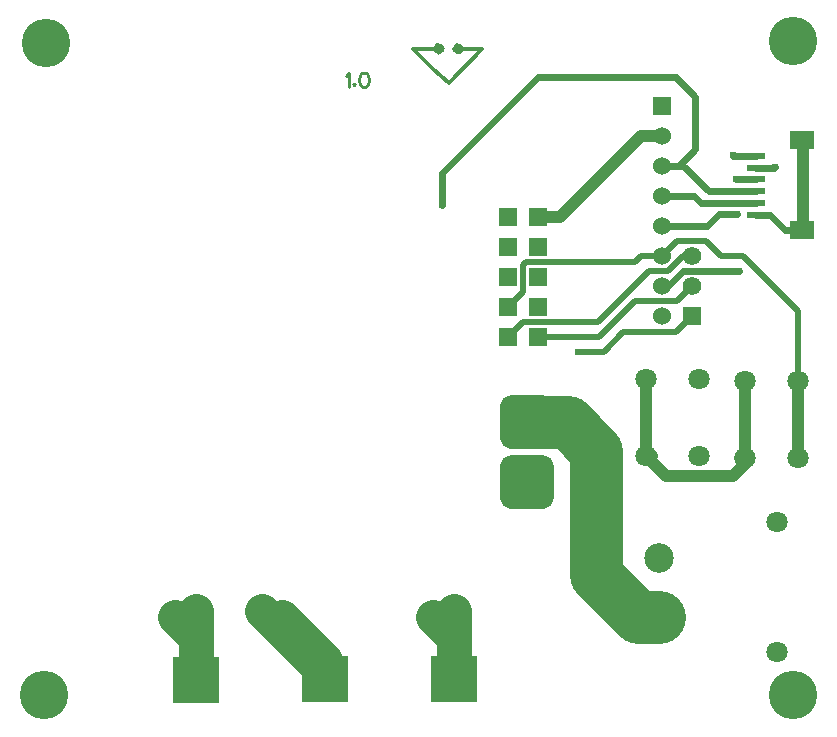
<source format=gtl>
G04 Layer: TopLayer*
G04 EasyEDA v6.5.39, 2024-01-09 23:26:39*
G04 412fee2aba674f6794ce960f83f023ec,7c1e8d740ba24e6f83eb2d53d3341807,10*
G04 Gerber Generator version 0.2*
G04 Scale: 100 percent, Rotated: No, Reflected: No *
G04 Dimensions in millimeters *
G04 leading zeros omitted , absolute positions ,4 integer and 5 decimal *
%FSLAX45Y45*%
%MOMM*%

%ADD10C,0.2500*%
%ADD11C,0.3500*%
%ADD12C,4.5000*%
%ADD13C,0.5000*%
%ADD14C,0.6000*%
%ADD15C,1.0000*%
%ADD16C,2.0000*%
%ADD17C,3.0000*%
%ADD18R,1.5500X0.6000*%
%ADD19R,2.0000X1.5000*%
%ADD20C,0.7500*%
%ADD21C,1.5748*%
%ADD22R,1.5748X1.5748*%
%ADD23R,1.5240X1.5240*%
%ADD24C,1.5240*%
%ADD25C,1.8000*%
%ADD26C,2.5000*%
%ADD27R,4.0000X4.0000*%
%ADD28R,1.5750X1.5750*%
%ADD29C,4.1000*%
%ADD30C,0.6200*%

%LPD*%
D10*
X393700Y2503678D02*
G01*
X405129Y2509265D01*
X422147Y2526537D01*
X422147Y2407157D01*
X465328Y2435605D02*
G01*
X459486Y2429763D01*
X465328Y2424176D01*
X470915Y2429763D01*
X465328Y2435605D01*
X542544Y2526537D02*
G01*
X525526Y2520695D01*
X514095Y2503678D01*
X508507Y2475229D01*
X508507Y2458212D01*
X514095Y2429763D01*
X525526Y2412745D01*
X542544Y2407157D01*
X553973Y2407157D01*
X570992Y2412745D01*
X582421Y2429763D01*
X588010Y2458212D01*
X588010Y2475229D01*
X582421Y2503678D01*
X570992Y2520695D01*
X553973Y2526537D01*
X542544Y2526537D01*
D11*
X1346281Y2730494D02*
G01*
X1552023Y2730494D01*
X1264996Y2443472D01*
X1181168Y2730494D02*
G01*
X965268Y2730494D01*
X1133673Y2562095D01*
X1265095Y2443472D01*
D12*
X1930400Y-431800D02*
G01*
X2273300Y-431800D01*
X2514600Y-673100D01*
X2514600Y-1727200D01*
X2866136Y-2078736D01*
X3043174Y-2078736D01*
D13*
X3073400Y977900D02*
G01*
X3200400Y1104900D01*
X3441700Y1104900D01*
X3568700Y977900D01*
X3759200Y977900D01*
X4225543Y511555D01*
X4225543Y-81534D01*
D14*
X3073400Y723900D02*
G01*
X3124200Y723900D01*
X3251200Y850900D01*
X3721100Y850900D01*
D13*
X1765300Y292100D02*
G01*
X1892300Y419100D01*
X2527300Y419100D01*
X2959100Y850900D01*
X3124200Y850900D01*
X3251200Y977900D01*
X3327400Y977900D01*
D14*
X4257802Y1194815D02*
G01*
X4113784Y1194815D01*
X3983736Y1324863D01*
X3870197Y1324863D01*
D15*
X3073400Y1993900D02*
G01*
X2895600Y1993900D01*
X2209800Y1308100D01*
X2019300Y1308100D01*
D13*
X3073400Y977900D02*
G01*
X2895600Y977900D01*
X2844800Y927100D01*
X1917700Y927100D01*
X1892300Y901700D01*
X1892300Y673100D01*
X1765300Y546100D01*
X3327400Y469900D02*
G01*
X3187700Y330200D01*
X2743200Y330200D01*
X2578100Y165100D01*
X2362200Y165100D01*
X2019300Y292100D02*
G01*
X2540000Y292100D01*
X2844800Y596900D01*
X3200400Y596900D01*
X3327400Y723900D01*
D14*
X3073400Y1231900D02*
G01*
X3454400Y1231900D01*
X3556000Y1333500D01*
X3708400Y1333500D01*
X3073400Y1485900D02*
G01*
X3340100Y1485900D01*
X3401186Y1424812D01*
X3870248Y1424812D01*
X3073400Y1739900D02*
G01*
X3251200Y1739900D01*
X3466287Y1524812D01*
X3870248Y1524812D01*
D16*
X1803397Y-558800D02*
G01*
X1803397Y-304800D01*
X2057394Y-558815D02*
G01*
X1803397Y-558800D01*
X2057394Y-304800D02*
G01*
X2057394Y-558815D01*
X1803397Y-304800D02*
G01*
X2057394Y-304800D01*
X2057400Y-812810D02*
G01*
X2057400Y-1066800D01*
X1803412Y-812800D02*
G01*
X2057400Y-812810D01*
X1803400Y-1066800D02*
G01*
X2057400Y-1066800D01*
X1803412Y-812800D02*
G01*
X1803400Y-1066800D01*
X1803425Y-812800D02*
G01*
X1803425Y-812825D01*
X2057400Y-1066800D01*
X1803412Y-812800D02*
G01*
X2057400Y-1066787D01*
D15*
X4267200Y1955800D02*
G01*
X4267200Y1204241D01*
X4257748Y1194793D01*
D14*
X3695700Y1625600D02*
G01*
X3869463Y1625600D01*
X3870251Y1624812D01*
X3670300Y1828800D02*
G01*
X3674287Y1824812D01*
X3870251Y1824812D01*
X3870251Y1724812D02*
G01*
X4023512Y1724812D01*
X4025900Y1727200D01*
D17*
X-876297Y-2031994D02*
G01*
X-876297Y-2616200D01*
X1308097Y-2031994D02*
G01*
X1308097Y-2603500D01*
X-317500Y-2031994D02*
G01*
X215900Y-2565394D01*
X215900Y-2603500D01*
D15*
X4225493Y-81406D02*
G01*
X4225493Y-702106D01*
X4191000Y-736600D01*
X3775506Y-81406D02*
G01*
X3775506Y-694893D01*
X3733800Y-736600D01*
X3775506Y-731393D02*
G01*
X3775506Y-783793D01*
X3670300Y-889000D01*
X3107618Y-889000D01*
X2937309Y-718690D01*
X2937306Y-68706D02*
G01*
X2937306Y-667887D01*
X2988109Y-718690D01*
D17*
X-1054097Y-2082495D02*
G01*
X-876297Y-2260295D01*
X-876297Y-2616200D01*
X-142999Y-2082495D02*
G01*
X215900Y-2441394D01*
X215900Y-2603500D01*
X1130297Y-2082495D02*
G01*
X1308097Y-2260295D01*
X1308097Y-2603500D01*
D14*
X1206500Y1409700D02*
G01*
X1206500Y1455420D01*
X1206500Y1455420D02*
G01*
X1206500Y1676400D01*
X2019300Y2489200D01*
X3187700Y2489200D01*
X3352800Y2324100D01*
X3352800Y1879600D01*
X3213100Y1739900D01*
X3073400Y1739900D01*
D18*
G01*
X3870248Y1324792D03*
G01*
X3870248Y1424818D03*
G01*
X3870248Y1524817D03*
G01*
X3870248Y1624817D03*
G01*
X3870248Y1724817D03*
G01*
X3870248Y1824817D03*
D19*
G01*
X4257751Y1954789D03*
G01*
X4257751Y1194795D03*
D20*
G75*
G01
X1193800Y2730500D02*
G03X1193800Y2730500I-12700J0D01*
G75*
G01
X1358900Y2730500D02*
G03X1358900Y2730500I-12700J0D01*
D21*
G01*
X3327400Y977900D03*
G01*
X3327400Y723900D03*
D22*
G01*
X3327400Y469900D03*
G01*
X2019300Y546100D03*
G01*
X2019300Y292100D03*
G01*
X1765300Y292100D03*
G01*
X2019300Y800100D03*
G01*
X1803397Y-558800D03*
G01*
X1803400Y-1066800D03*
G01*
X1130300Y-2082495D03*
G01*
X-143002Y-2082495D03*
G01*
X-1054100Y-2082495D03*
G01*
X2057400Y-1066800D03*
G01*
X2057394Y-304800D03*
G01*
X1803412Y-812800D03*
G01*
X1803397Y-304800D03*
D23*
G01*
X3073400Y2247900D03*
D24*
G01*
X3073400Y1993900D03*
G01*
X3073400Y1739900D03*
G01*
X3073400Y1485900D03*
G01*
X3073400Y1231900D03*
G01*
X3073400Y977900D03*
G01*
X3073400Y723900D03*
G01*
X3073400Y469900D03*
D25*
G01*
X2937306Y-718693D03*
G01*
X2937306Y-68706D03*
G01*
X3387293Y-718693D03*
G01*
X3387293Y-68706D03*
G01*
X3775506Y-731393D03*
G01*
X3775506Y-81406D03*
G01*
X4225493Y-731393D03*
G01*
X4225493Y-81406D03*
D26*
G01*
X3043300Y-2078812D03*
G01*
X3043300Y-1578813D03*
D25*
G01*
X4043299Y-1278813D03*
G01*
X4043299Y-2378811D03*
D22*
G01*
X2057394Y-558815D03*
G01*
X2057400Y-812810D03*
G01*
X1765300Y546100D03*
G01*
X1765300Y800100D03*
D27*
G01*
X-876300Y-2616200D03*
G01*
X215900Y-2603500D03*
G01*
X1308100Y-2603500D03*
D22*
G01*
X-876300Y-2032000D03*
G01*
X-317500Y-2032000D03*
G01*
X1308100Y-2032000D03*
G01*
X1765300Y1054100D03*
G01*
X1765300Y1308100D03*
G01*
X2019300Y1307998D03*
D28*
G01*
X2019300Y1054100D03*
D29*
G01*
X4178300Y-2743200D03*
G01*
X4178300Y2794000D03*
G01*
X-2146300Y2781300D03*
G01*
X-2159000Y-2743200D03*
D30*
G01*
X1308100Y-2260295D03*
G01*
X68554Y-2294051D03*
G01*
X-876300Y-2260295D03*
G01*
X-711200Y-2781300D03*
G01*
X-1041400Y-2781300D03*
G01*
X-711200Y-2451100D03*
G01*
X-1041400Y-2451100D03*
G01*
X381000Y-2768600D03*
G01*
X50800Y-2768600D03*
G01*
X381000Y-2438400D03*
G01*
X50800Y-2438400D03*
G01*
X1473200Y-2768600D03*
G01*
X1143000Y-2768600D03*
G01*
X1473200Y-2438400D03*
G01*
X1143000Y-2438400D03*
G01*
X1206500Y1455420D03*
G01*
X1206500Y1409700D03*
G01*
X4025900Y1727200D03*
G01*
X3721100Y850900D03*
G01*
X3670300Y1828800D03*
G01*
X3708400Y1333500D03*
G01*
X3695700Y1625600D03*
G01*
X4267200Y1955800D03*
G01*
X2362200Y165100D03*
M02*

</source>
